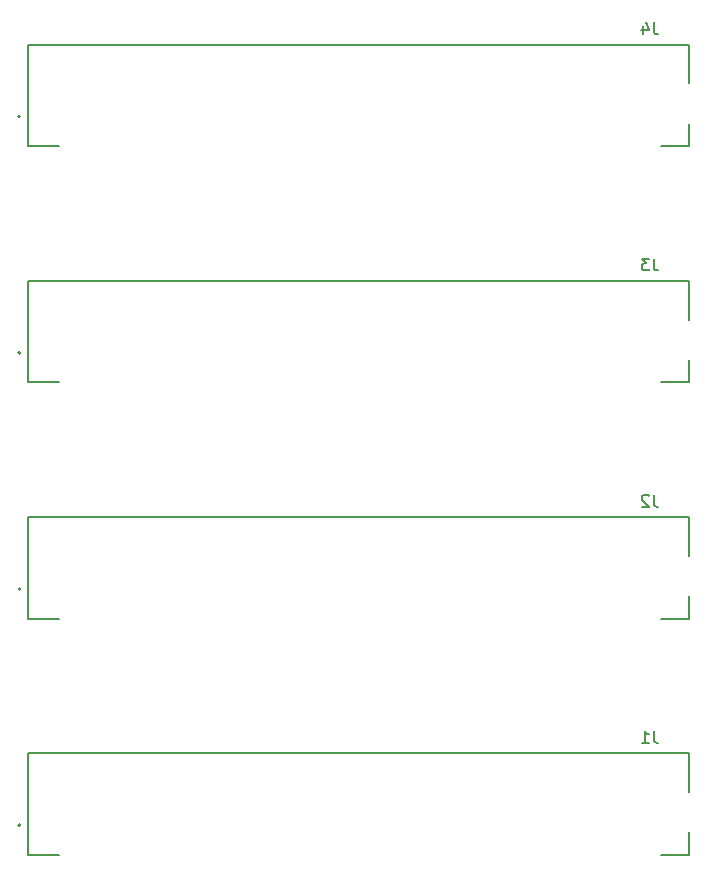
<source format=gbr>
%TF.GenerationSoftware,KiCad,Pcbnew,(6.0.10)*%
%TF.CreationDate,2023-01-26T07:58:06+09:00*%
%TF.ProjectId,AstroPix_telescope,41737472-6f50-4697-985f-74656c657363,1.1*%
%TF.SameCoordinates,Original*%
%TF.FileFunction,Legend,Bot*%
%TF.FilePolarity,Positive*%
%FSLAX46Y46*%
G04 Gerber Fmt 4.6, Leading zero omitted, Abs format (unit mm)*
G04 Created by KiCad (PCBNEW (6.0.10)) date 2023-01-26 07:58:06*
%MOMM*%
%LPD*%
G01*
G04 APERTURE LIST*
%ADD10C,0.150000*%
%ADD11C,0.200000*%
G04 APERTURE END LIST*
D10*
%TO.C,J4*%
X166968333Y-46467380D02*
X166968333Y-47181666D01*
X167015952Y-47324523D01*
X167111190Y-47419761D01*
X167254047Y-47467380D01*
X167349285Y-47467380D01*
X166063571Y-46800714D02*
X166063571Y-47467380D01*
X166301666Y-46419761D02*
X166539761Y-47134047D01*
X165920714Y-47134047D01*
%TO.C,J3*%
X166968333Y-66467380D02*
X166968333Y-67181666D01*
X167015952Y-67324523D01*
X167111190Y-67419761D01*
X167254047Y-67467380D01*
X167349285Y-67467380D01*
X166587380Y-66467380D02*
X165968333Y-66467380D01*
X166301666Y-66848333D01*
X166158809Y-66848333D01*
X166063571Y-66895952D01*
X166015952Y-66943571D01*
X165968333Y-67038809D01*
X165968333Y-67276904D01*
X166015952Y-67372142D01*
X166063571Y-67419761D01*
X166158809Y-67467380D01*
X166444523Y-67467380D01*
X166539761Y-67419761D01*
X166587380Y-67372142D01*
%TO.C,J1*%
X166968333Y-106467380D02*
X166968333Y-107181666D01*
X167015952Y-107324523D01*
X167111190Y-107419761D01*
X167254047Y-107467380D01*
X167349285Y-107467380D01*
X165968333Y-107467380D02*
X166539761Y-107467380D01*
X166254047Y-107467380D02*
X166254047Y-106467380D01*
X166349285Y-106610238D01*
X166444523Y-106705476D01*
X166539761Y-106753095D01*
%TO.C,J2*%
X166968333Y-86467380D02*
X166968333Y-87181666D01*
X167015952Y-87324523D01*
X167111190Y-87419761D01*
X167254047Y-87467380D01*
X167349285Y-87467380D01*
X166539761Y-86562619D02*
X166492142Y-86515000D01*
X166396904Y-86467380D01*
X166158809Y-86467380D01*
X166063571Y-86515000D01*
X166015952Y-86562619D01*
X165968333Y-86657857D01*
X165968333Y-86753095D01*
X166015952Y-86895952D01*
X166587380Y-87467380D01*
X165968333Y-87467380D01*
D11*
%TO.C,J4*%
X170000000Y-48365000D02*
X114000000Y-48365000D01*
X114000000Y-56965000D02*
X116650000Y-56965000D01*
X114000000Y-48365000D02*
X114000000Y-56965000D01*
X167560000Y-56965000D02*
X170000000Y-56965000D01*
X170000000Y-51650000D02*
X170000000Y-48365000D01*
X170000000Y-56965000D02*
X170000000Y-55050000D01*
X113350000Y-54450000D02*
G75*
G03*
X113350000Y-54450000I-100000J0D01*
G01*
%TO.C,J3*%
X170000000Y-68365000D02*
X114000000Y-68365000D01*
X114000000Y-76965000D02*
X116650000Y-76965000D01*
X114000000Y-68365000D02*
X114000000Y-76965000D01*
X167560000Y-76965000D02*
X170000000Y-76965000D01*
X170000000Y-71650000D02*
X170000000Y-68365000D01*
X170000000Y-76965000D02*
X170000000Y-75050000D01*
X113350000Y-74450000D02*
G75*
G03*
X113350000Y-74450000I-100000J0D01*
G01*
%TO.C,J1*%
X114000000Y-108365000D02*
X114000000Y-116965000D01*
X170000000Y-111650000D02*
X170000000Y-108365000D01*
X170000000Y-116965000D02*
X170000000Y-115050000D01*
X167560000Y-116965000D02*
X170000000Y-116965000D01*
X114000000Y-116965000D02*
X116650000Y-116965000D01*
X170000000Y-108365000D02*
X114000000Y-108365000D01*
X113350000Y-114450000D02*
G75*
G03*
X113350000Y-114450000I-100000J0D01*
G01*
%TO.C,J2*%
X170000000Y-88365000D02*
X114000000Y-88365000D01*
X114000000Y-88365000D02*
X114000000Y-96965000D01*
X170000000Y-96965000D02*
X170000000Y-95050000D01*
X170000000Y-91650000D02*
X170000000Y-88365000D01*
X114000000Y-96965000D02*
X116650000Y-96965000D01*
X167560000Y-96965000D02*
X170000000Y-96965000D01*
X113350000Y-94450000D02*
G75*
G03*
X113350000Y-94450000I-100000J0D01*
G01*
%TD*%
M02*

</source>
